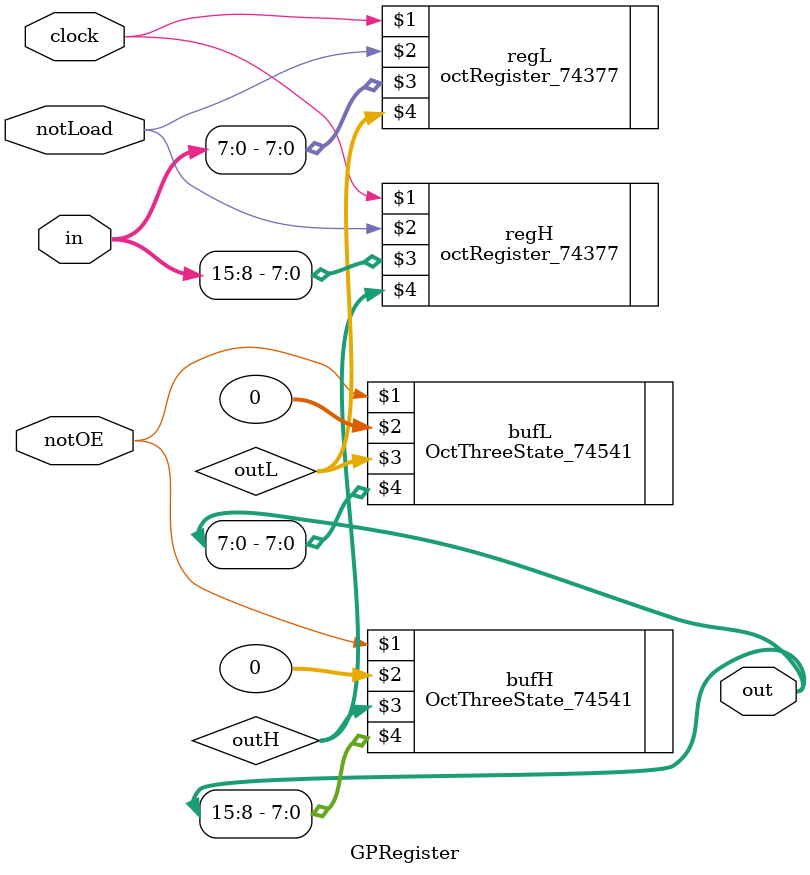
<source format=v>
`ifndef _GPREGISTER_S_INCLUDED_
`define _GPREGISTER_S_INCLUDED_
`include "../74xxx/octRegister_74377.v"
`include "../74xxx/OctThreeState_74541.v"

module GPRegister(clock, notLoad, notOE, in, out);
	input clock, notOE, notLoad;
	input [15:0] in;
	output [15:0] out;
	
	wire [7:0] outL, outH;
	
	octRegister_74377 regL(clock, notLoad, in[7:0], outL);
	octRegister_74377 regH(clock, notLoad, in[15:8], outH);
	
	OctThreeState_74541 bufL(notOE, 0, outL , out[7:0]);
	OctThreeState_74541 bufH(notOE, 0, outH , out[15:8]);
	
endmodule

`endif

</source>
